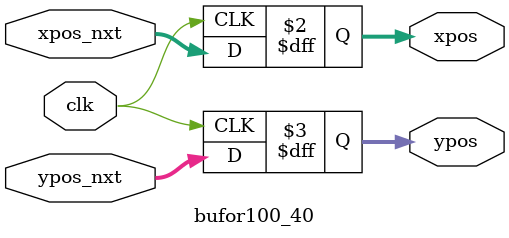
<source format=sv>
`timescale 1 ns / 1 ps

module bufor100_40(
    input clk,
    input logic [11:0] xpos_nxt,
    input logic [11:0] ypos_nxt,
    output logic [11:0] xpos,
    output logic [11:0] ypos
);


always_ff @(posedge clk) begin
    xpos <= xpos_nxt;
    ypos <= ypos_nxt;
end

endmodule
</source>
